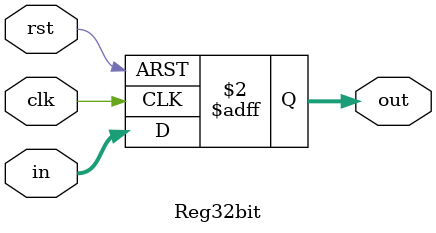
<source format=v>
module Reg32bit (rst, clk, in, out);
	
	input rst, clk;
	input [31:0] in;

	output reg [31:0] out;

	always @(posedge clk, posedge rst)
	begin
		if(rst)
			out <= 32'd0;
		else 
			out <= in;

	end
endmodule
	

</source>
